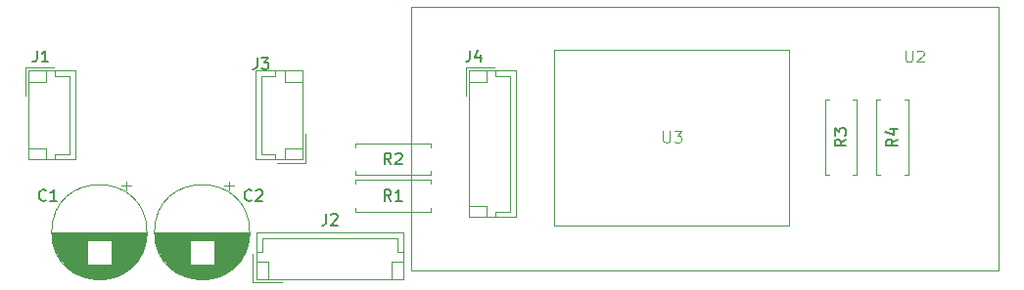
<source format=gbr>
%TF.GenerationSoftware,KiCad,Pcbnew,9.0.0*%
%TF.CreationDate,2025-05-11T09:44:17-05:00*%
%TF.ProjectId,Watch Winder,57617463-6820-4576-996e-6465722e6b69,rev?*%
%TF.SameCoordinates,Original*%
%TF.FileFunction,Legend,Top*%
%TF.FilePolarity,Positive*%
%FSLAX46Y46*%
G04 Gerber Fmt 4.6, Leading zero omitted, Abs format (unit mm)*
G04 Created by KiCad (PCBNEW 9.0.0) date 2025-05-11 09:44:17*
%MOMM*%
%LPD*%
G01*
G04 APERTURE LIST*
%ADD10C,0.150000*%
%ADD11C,0.100000*%
%ADD12C,0.120000*%
G04 APERTURE END LIST*
D10*
X146351666Y-65494819D02*
X146351666Y-66209104D01*
X146351666Y-66209104D02*
X146304047Y-66351961D01*
X146304047Y-66351961D02*
X146208809Y-66447200D01*
X146208809Y-66447200D02*
X146065952Y-66494819D01*
X146065952Y-66494819D02*
X145970714Y-66494819D01*
X147256428Y-65828152D02*
X147256428Y-66494819D01*
X147018333Y-65447200D02*
X146780238Y-66161485D01*
X146780238Y-66161485D02*
X147399285Y-66161485D01*
X127468333Y-78464580D02*
X127420714Y-78512200D01*
X127420714Y-78512200D02*
X127277857Y-78559819D01*
X127277857Y-78559819D02*
X127182619Y-78559819D01*
X127182619Y-78559819D02*
X127039762Y-78512200D01*
X127039762Y-78512200D02*
X126944524Y-78416961D01*
X126944524Y-78416961D02*
X126896905Y-78321723D01*
X126896905Y-78321723D02*
X126849286Y-78131247D01*
X126849286Y-78131247D02*
X126849286Y-77988390D01*
X126849286Y-77988390D02*
X126896905Y-77797914D01*
X126896905Y-77797914D02*
X126944524Y-77702676D01*
X126944524Y-77702676D02*
X127039762Y-77607438D01*
X127039762Y-77607438D02*
X127182619Y-77559819D01*
X127182619Y-77559819D02*
X127277857Y-77559819D01*
X127277857Y-77559819D02*
X127420714Y-77607438D01*
X127420714Y-77607438D02*
X127468333Y-77655057D01*
X127849286Y-77655057D02*
X127896905Y-77607438D01*
X127896905Y-77607438D02*
X127992143Y-77559819D01*
X127992143Y-77559819D02*
X128230238Y-77559819D01*
X128230238Y-77559819D02*
X128325476Y-77607438D01*
X128325476Y-77607438D02*
X128373095Y-77655057D01*
X128373095Y-77655057D02*
X128420714Y-77750295D01*
X128420714Y-77750295D02*
X128420714Y-77845533D01*
X128420714Y-77845533D02*
X128373095Y-77988390D01*
X128373095Y-77988390D02*
X127801667Y-78559819D01*
X127801667Y-78559819D02*
X128420714Y-78559819D01*
D11*
X163068095Y-72482419D02*
X163068095Y-73291942D01*
X163068095Y-73291942D02*
X163115714Y-73387180D01*
X163115714Y-73387180D02*
X163163333Y-73434800D01*
X163163333Y-73434800D02*
X163258571Y-73482419D01*
X163258571Y-73482419D02*
X163449047Y-73482419D01*
X163449047Y-73482419D02*
X163544285Y-73434800D01*
X163544285Y-73434800D02*
X163591904Y-73387180D01*
X163591904Y-73387180D02*
X163639523Y-73291942D01*
X163639523Y-73291942D02*
X163639523Y-72482419D01*
X164020476Y-72482419D02*
X164639523Y-72482419D01*
X164639523Y-72482419D02*
X164306190Y-72863371D01*
X164306190Y-72863371D02*
X164449047Y-72863371D01*
X164449047Y-72863371D02*
X164544285Y-72910990D01*
X164544285Y-72910990D02*
X164591904Y-72958609D01*
X164591904Y-72958609D02*
X164639523Y-73053847D01*
X164639523Y-73053847D02*
X164639523Y-73291942D01*
X164639523Y-73291942D02*
X164591904Y-73387180D01*
X164591904Y-73387180D02*
X164544285Y-73434800D01*
X164544285Y-73434800D02*
X164449047Y-73482419D01*
X164449047Y-73482419D02*
X164163333Y-73482419D01*
X164163333Y-73482419D02*
X164068095Y-73434800D01*
X164068095Y-73434800D02*
X164020476Y-73387180D01*
D10*
X178889819Y-73191666D02*
X178413628Y-73524999D01*
X178889819Y-73763094D02*
X177889819Y-73763094D01*
X177889819Y-73763094D02*
X177889819Y-73382142D01*
X177889819Y-73382142D02*
X177937438Y-73286904D01*
X177937438Y-73286904D02*
X177985057Y-73239285D01*
X177985057Y-73239285D02*
X178080295Y-73191666D01*
X178080295Y-73191666D02*
X178223152Y-73191666D01*
X178223152Y-73191666D02*
X178318390Y-73239285D01*
X178318390Y-73239285D02*
X178366009Y-73286904D01*
X178366009Y-73286904D02*
X178413628Y-73382142D01*
X178413628Y-73382142D02*
X178413628Y-73763094D01*
X177889819Y-72858332D02*
X177889819Y-72239285D01*
X177889819Y-72239285D02*
X178270771Y-72572618D01*
X178270771Y-72572618D02*
X178270771Y-72429761D01*
X178270771Y-72429761D02*
X178318390Y-72334523D01*
X178318390Y-72334523D02*
X178366009Y-72286904D01*
X178366009Y-72286904D02*
X178461247Y-72239285D01*
X178461247Y-72239285D02*
X178699342Y-72239285D01*
X178699342Y-72239285D02*
X178794580Y-72286904D01*
X178794580Y-72286904D02*
X178842200Y-72334523D01*
X178842200Y-72334523D02*
X178889819Y-72429761D01*
X178889819Y-72429761D02*
X178889819Y-72715475D01*
X178889819Y-72715475D02*
X178842200Y-72810713D01*
X178842200Y-72810713D02*
X178794580Y-72858332D01*
X108886666Y-65494819D02*
X108886666Y-66209104D01*
X108886666Y-66209104D02*
X108839047Y-66351961D01*
X108839047Y-66351961D02*
X108743809Y-66447200D01*
X108743809Y-66447200D02*
X108600952Y-66494819D01*
X108600952Y-66494819D02*
X108505714Y-66494819D01*
X109886666Y-66494819D02*
X109315238Y-66494819D01*
X109600952Y-66494819D02*
X109600952Y-65494819D01*
X109600952Y-65494819D02*
X109505714Y-65637676D01*
X109505714Y-65637676D02*
X109410476Y-65732914D01*
X109410476Y-65732914D02*
X109315238Y-65780533D01*
D11*
X184023095Y-65497419D02*
X184023095Y-66306942D01*
X184023095Y-66306942D02*
X184070714Y-66402180D01*
X184070714Y-66402180D02*
X184118333Y-66449800D01*
X184118333Y-66449800D02*
X184213571Y-66497419D01*
X184213571Y-66497419D02*
X184404047Y-66497419D01*
X184404047Y-66497419D02*
X184499285Y-66449800D01*
X184499285Y-66449800D02*
X184546904Y-66402180D01*
X184546904Y-66402180D02*
X184594523Y-66306942D01*
X184594523Y-66306942D02*
X184594523Y-65497419D01*
X185023095Y-65592657D02*
X185070714Y-65545038D01*
X185070714Y-65545038D02*
X185165952Y-65497419D01*
X185165952Y-65497419D02*
X185404047Y-65497419D01*
X185404047Y-65497419D02*
X185499285Y-65545038D01*
X185499285Y-65545038D02*
X185546904Y-65592657D01*
X185546904Y-65592657D02*
X185594523Y-65687895D01*
X185594523Y-65687895D02*
X185594523Y-65783133D01*
X185594523Y-65783133D02*
X185546904Y-65925990D01*
X185546904Y-65925990D02*
X184975476Y-66497419D01*
X184975476Y-66497419D02*
X185594523Y-66497419D01*
D10*
X109688333Y-78464580D02*
X109640714Y-78512200D01*
X109640714Y-78512200D02*
X109497857Y-78559819D01*
X109497857Y-78559819D02*
X109402619Y-78559819D01*
X109402619Y-78559819D02*
X109259762Y-78512200D01*
X109259762Y-78512200D02*
X109164524Y-78416961D01*
X109164524Y-78416961D02*
X109116905Y-78321723D01*
X109116905Y-78321723D02*
X109069286Y-78131247D01*
X109069286Y-78131247D02*
X109069286Y-77988390D01*
X109069286Y-77988390D02*
X109116905Y-77797914D01*
X109116905Y-77797914D02*
X109164524Y-77702676D01*
X109164524Y-77702676D02*
X109259762Y-77607438D01*
X109259762Y-77607438D02*
X109402619Y-77559819D01*
X109402619Y-77559819D02*
X109497857Y-77559819D01*
X109497857Y-77559819D02*
X109640714Y-77607438D01*
X109640714Y-77607438D02*
X109688333Y-77655057D01*
X110640714Y-78559819D02*
X110069286Y-78559819D01*
X110355000Y-78559819D02*
X110355000Y-77559819D01*
X110355000Y-77559819D02*
X110259762Y-77702676D01*
X110259762Y-77702676D02*
X110164524Y-77797914D01*
X110164524Y-77797914D02*
X110069286Y-77845533D01*
X183334819Y-73191666D02*
X182858628Y-73524999D01*
X183334819Y-73763094D02*
X182334819Y-73763094D01*
X182334819Y-73763094D02*
X182334819Y-73382142D01*
X182334819Y-73382142D02*
X182382438Y-73286904D01*
X182382438Y-73286904D02*
X182430057Y-73239285D01*
X182430057Y-73239285D02*
X182525295Y-73191666D01*
X182525295Y-73191666D02*
X182668152Y-73191666D01*
X182668152Y-73191666D02*
X182763390Y-73239285D01*
X182763390Y-73239285D02*
X182811009Y-73286904D01*
X182811009Y-73286904D02*
X182858628Y-73382142D01*
X182858628Y-73382142D02*
X182858628Y-73763094D01*
X182668152Y-72334523D02*
X183334819Y-72334523D01*
X182287200Y-72572618D02*
X183001485Y-72810713D01*
X183001485Y-72810713D02*
X183001485Y-72191666D01*
X133916666Y-79654819D02*
X133916666Y-80369104D01*
X133916666Y-80369104D02*
X133869047Y-80511961D01*
X133869047Y-80511961D02*
X133773809Y-80607200D01*
X133773809Y-80607200D02*
X133630952Y-80654819D01*
X133630952Y-80654819D02*
X133535714Y-80654819D01*
X134345238Y-79750057D02*
X134392857Y-79702438D01*
X134392857Y-79702438D02*
X134488095Y-79654819D01*
X134488095Y-79654819D02*
X134726190Y-79654819D01*
X134726190Y-79654819D02*
X134821428Y-79702438D01*
X134821428Y-79702438D02*
X134869047Y-79750057D01*
X134869047Y-79750057D02*
X134916666Y-79845295D01*
X134916666Y-79845295D02*
X134916666Y-79940533D01*
X134916666Y-79940533D02*
X134869047Y-80083390D01*
X134869047Y-80083390D02*
X134297619Y-80654819D01*
X134297619Y-80654819D02*
X134916666Y-80654819D01*
X139533333Y-78559819D02*
X139200000Y-78083628D01*
X138961905Y-78559819D02*
X138961905Y-77559819D01*
X138961905Y-77559819D02*
X139342857Y-77559819D01*
X139342857Y-77559819D02*
X139438095Y-77607438D01*
X139438095Y-77607438D02*
X139485714Y-77655057D01*
X139485714Y-77655057D02*
X139533333Y-77750295D01*
X139533333Y-77750295D02*
X139533333Y-77893152D01*
X139533333Y-77893152D02*
X139485714Y-77988390D01*
X139485714Y-77988390D02*
X139438095Y-78036009D01*
X139438095Y-78036009D02*
X139342857Y-78083628D01*
X139342857Y-78083628D02*
X138961905Y-78083628D01*
X140485714Y-78559819D02*
X139914286Y-78559819D01*
X140200000Y-78559819D02*
X140200000Y-77559819D01*
X140200000Y-77559819D02*
X140104762Y-77702676D01*
X140104762Y-77702676D02*
X140009524Y-77797914D01*
X140009524Y-77797914D02*
X139914286Y-77845533D01*
X139533333Y-75384819D02*
X139200000Y-74908628D01*
X138961905Y-75384819D02*
X138961905Y-74384819D01*
X138961905Y-74384819D02*
X139342857Y-74384819D01*
X139342857Y-74384819D02*
X139438095Y-74432438D01*
X139438095Y-74432438D02*
X139485714Y-74480057D01*
X139485714Y-74480057D02*
X139533333Y-74575295D01*
X139533333Y-74575295D02*
X139533333Y-74718152D01*
X139533333Y-74718152D02*
X139485714Y-74813390D01*
X139485714Y-74813390D02*
X139438095Y-74861009D01*
X139438095Y-74861009D02*
X139342857Y-74908628D01*
X139342857Y-74908628D02*
X138961905Y-74908628D01*
X139914286Y-74480057D02*
X139961905Y-74432438D01*
X139961905Y-74432438D02*
X140057143Y-74384819D01*
X140057143Y-74384819D02*
X140295238Y-74384819D01*
X140295238Y-74384819D02*
X140390476Y-74432438D01*
X140390476Y-74432438D02*
X140438095Y-74480057D01*
X140438095Y-74480057D02*
X140485714Y-74575295D01*
X140485714Y-74575295D02*
X140485714Y-74670533D01*
X140485714Y-74670533D02*
X140438095Y-74813390D01*
X140438095Y-74813390D02*
X139866667Y-75384819D01*
X139866667Y-75384819D02*
X140485714Y-75384819D01*
X127936666Y-66129819D02*
X127936666Y-66844104D01*
X127936666Y-66844104D02*
X127889047Y-66986961D01*
X127889047Y-66986961D02*
X127793809Y-67082200D01*
X127793809Y-67082200D02*
X127650952Y-67129819D01*
X127650952Y-67129819D02*
X127555714Y-67129819D01*
X128317619Y-66129819D02*
X128936666Y-66129819D01*
X128936666Y-66129819D02*
X128603333Y-66510771D01*
X128603333Y-66510771D02*
X128746190Y-66510771D01*
X128746190Y-66510771D02*
X128841428Y-66558390D01*
X128841428Y-66558390D02*
X128889047Y-66606009D01*
X128889047Y-66606009D02*
X128936666Y-66701247D01*
X128936666Y-66701247D02*
X128936666Y-66939342D01*
X128936666Y-66939342D02*
X128889047Y-67034580D01*
X128889047Y-67034580D02*
X128841428Y-67082200D01*
X128841428Y-67082200D02*
X128746190Y-67129819D01*
X128746190Y-67129819D02*
X128460476Y-67129819D01*
X128460476Y-67129819D02*
X128365238Y-67082200D01*
X128365238Y-67082200D02*
X128317619Y-67034580D01*
D12*
%TO.C,J4*%
X145980000Y-66940000D02*
X145980000Y-69440000D01*
X146280000Y-67240000D02*
X146280000Y-79960000D01*
X146280000Y-79960000D02*
X150300000Y-79960000D01*
X147780000Y-67240000D02*
X147780000Y-68240000D01*
X147780000Y-68240000D02*
X146280000Y-68240000D01*
X147780000Y-78960000D02*
X146280000Y-78960000D01*
X147780000Y-79960000D02*
X147780000Y-78960000D01*
X148480000Y-66940000D02*
X145980000Y-66940000D01*
X148590000Y-67240000D02*
X148590000Y-67740000D01*
X148590000Y-67740000D02*
X149800000Y-67740000D01*
X148590000Y-79460000D02*
X148590000Y-79960000D01*
X149800000Y-67740000D02*
X149800000Y-79460000D01*
X149800000Y-79460000D02*
X148590000Y-79460000D01*
X150300000Y-67240000D02*
X146280000Y-67240000D01*
X150300000Y-79960000D02*
X150300000Y-67240000D01*
%TO.C,C2*%
X122150000Y-81971000D02*
X119173000Y-81971000D01*
X122150000Y-82011000D02*
X119180000Y-82011000D01*
X122150000Y-82051000D02*
X119188000Y-82051000D01*
X122150000Y-82091000D02*
X119196000Y-82091000D01*
X122150000Y-82131000D02*
X119205000Y-82131000D01*
X122150000Y-82171000D02*
X119214000Y-82171000D01*
X122150000Y-82211000D02*
X119223000Y-82211000D01*
X122150000Y-82251000D02*
X119233000Y-82251000D01*
X122150000Y-82291000D02*
X119243000Y-82291000D01*
X122150000Y-82331000D02*
X119254000Y-82331000D01*
X122150000Y-82371000D02*
X119265000Y-82371000D01*
X122150000Y-82411000D02*
X119276000Y-82411000D01*
X122150000Y-82451000D02*
X119288000Y-82451000D01*
X122150000Y-82491000D02*
X119301000Y-82491000D01*
X122150000Y-82531000D02*
X119313000Y-82531000D01*
X122150000Y-82571000D02*
X119327000Y-82571000D01*
X122150000Y-82611000D02*
X119340000Y-82611000D01*
X122150000Y-82651000D02*
X119355000Y-82651000D01*
X122150000Y-82691000D02*
X119369000Y-82691000D01*
X122150000Y-82731000D02*
X119385000Y-82731000D01*
X122150000Y-82771000D02*
X119400000Y-82771000D01*
X122150000Y-82811000D02*
X119416000Y-82811000D01*
X122150000Y-82851000D02*
X119433000Y-82851000D01*
X122150000Y-82891000D02*
X119450000Y-82891000D01*
X122150000Y-82931000D02*
X119468000Y-82931000D01*
X122150000Y-82971000D02*
X119486000Y-82971000D01*
X122150000Y-83011000D02*
X119504000Y-83011000D01*
X122150000Y-83051000D02*
X119524000Y-83051000D01*
X122150000Y-83091000D02*
X119543000Y-83091000D01*
X122150000Y-83131000D02*
X119563000Y-83131000D01*
X122150000Y-83171000D02*
X119584000Y-83171000D01*
X122150000Y-83211000D02*
X119606000Y-83211000D01*
X122150000Y-83251000D02*
X119628000Y-83251000D01*
X122150000Y-83291000D02*
X119650000Y-83291000D01*
X122150000Y-83331000D02*
X119673000Y-83331000D01*
X122150000Y-83371000D02*
X119697000Y-83371000D01*
X122150000Y-83411000D02*
X119721000Y-83411000D01*
X122150000Y-83451000D02*
X119746000Y-83451000D01*
X122150000Y-83491000D02*
X119772000Y-83491000D01*
X122150000Y-83531000D02*
X119798000Y-83531000D01*
X122150000Y-83571000D02*
X119825000Y-83571000D01*
X122150000Y-83611000D02*
X119852000Y-83611000D01*
X122150000Y-83651000D02*
X119881000Y-83651000D01*
X122150000Y-83691000D02*
X119910000Y-83691000D01*
X122150000Y-83731000D02*
X119940000Y-83731000D01*
X122150000Y-83771000D02*
X119970000Y-83771000D01*
X122150000Y-83811000D02*
X120001000Y-83811000D01*
X122150000Y-83851000D02*
X120034000Y-83851000D01*
X122150000Y-83891000D02*
X120066000Y-83891000D01*
X122150000Y-83931000D02*
X120100000Y-83931000D01*
X122150000Y-83971000D02*
X120135000Y-83971000D01*
X122150000Y-84011000D02*
X120171000Y-84011000D01*
X123723000Y-85331000D02*
X122657000Y-85331000D01*
X123958000Y-85291000D02*
X122422000Y-85291000D01*
X124138000Y-85251000D02*
X122242000Y-85251000D01*
X124288000Y-85211000D02*
X122092000Y-85211000D01*
X124419000Y-85171000D02*
X121961000Y-85171000D01*
X124536000Y-85131000D02*
X121844000Y-85131000D01*
X124643000Y-85091000D02*
X121737000Y-85091000D01*
X124742000Y-85051000D02*
X121638000Y-85051000D01*
X124835000Y-85011000D02*
X121545000Y-85011000D01*
X124921000Y-84971000D02*
X121459000Y-84971000D01*
X125003000Y-84931000D02*
X121377000Y-84931000D01*
X125080000Y-84891000D02*
X121300000Y-84891000D01*
X125154000Y-84851000D02*
X121226000Y-84851000D01*
X125224000Y-84811000D02*
X121156000Y-84811000D01*
X125292000Y-84771000D02*
X121088000Y-84771000D01*
X125356000Y-84731000D02*
X121024000Y-84731000D01*
X125418000Y-84691000D02*
X120962000Y-84691000D01*
X125477000Y-84651000D02*
X120903000Y-84651000D01*
X125505000Y-76840302D02*
X125505000Y-77640302D01*
X125535000Y-84611000D02*
X120845000Y-84611000D01*
X125590000Y-84571000D02*
X120790000Y-84571000D01*
X125644000Y-84531000D02*
X120736000Y-84531000D01*
X125695000Y-84491000D02*
X120685000Y-84491000D01*
X125746000Y-84451000D02*
X120634000Y-84451000D01*
X125794000Y-84411000D02*
X120586000Y-84411000D01*
X125841000Y-84371000D02*
X120539000Y-84371000D01*
X125887000Y-84331000D02*
X120493000Y-84331000D01*
X125905000Y-77240302D02*
X125105000Y-77240302D01*
X125931000Y-84291000D02*
X120449000Y-84291000D01*
X125974000Y-84251000D02*
X120406000Y-84251000D01*
X126016000Y-84211000D02*
X120364000Y-84211000D01*
X126057000Y-84171000D02*
X120323000Y-84171000D01*
X126097000Y-84131000D02*
X120283000Y-84131000D01*
X126135000Y-84091000D02*
X120245000Y-84091000D01*
X126173000Y-84051000D02*
X120207000Y-84051000D01*
X126209000Y-84011000D02*
X124230000Y-84011000D01*
X126245000Y-83971000D02*
X124230000Y-83971000D01*
X126280000Y-83931000D02*
X124230000Y-83931000D01*
X126314000Y-83891000D02*
X124230000Y-83891000D01*
X126346000Y-83851000D02*
X124230000Y-83851000D01*
X126379000Y-83811000D02*
X124230000Y-83811000D01*
X126410000Y-83771000D02*
X124230000Y-83771000D01*
X126440000Y-83731000D02*
X124230000Y-83731000D01*
X126470000Y-83691000D02*
X124230000Y-83691000D01*
X126499000Y-83651000D02*
X124230000Y-83651000D01*
X126528000Y-83611000D02*
X124230000Y-83611000D01*
X126555000Y-83571000D02*
X124230000Y-83571000D01*
X126582000Y-83531000D02*
X124230000Y-83531000D01*
X126608000Y-83491000D02*
X124230000Y-83491000D01*
X126634000Y-83451000D02*
X124230000Y-83451000D01*
X126659000Y-83411000D02*
X124230000Y-83411000D01*
X126683000Y-83371000D02*
X124230000Y-83371000D01*
X126707000Y-83331000D02*
X124230000Y-83331000D01*
X126730000Y-83291000D02*
X124230000Y-83291000D01*
X126752000Y-83251000D02*
X124230000Y-83251000D01*
X126774000Y-83211000D02*
X124230000Y-83211000D01*
X126796000Y-83171000D02*
X124230000Y-83171000D01*
X126817000Y-83131000D02*
X124230000Y-83131000D01*
X126837000Y-83091000D02*
X124230000Y-83091000D01*
X126856000Y-83051000D02*
X124230000Y-83051000D01*
X126876000Y-83011000D02*
X124230000Y-83011000D01*
X126894000Y-82971000D02*
X124230000Y-82971000D01*
X126912000Y-82931000D02*
X124230000Y-82931000D01*
X126930000Y-82891000D02*
X124230000Y-82891000D01*
X126947000Y-82851000D02*
X124230000Y-82851000D01*
X126964000Y-82811000D02*
X124230000Y-82811000D01*
X126980000Y-82771000D02*
X124230000Y-82771000D01*
X126995000Y-82731000D02*
X124230000Y-82731000D01*
X127011000Y-82691000D02*
X124230000Y-82691000D01*
X127025000Y-82651000D02*
X124230000Y-82651000D01*
X127040000Y-82611000D02*
X124230000Y-82611000D01*
X127053000Y-82571000D02*
X124230000Y-82571000D01*
X127067000Y-82531000D02*
X124230000Y-82531000D01*
X127079000Y-82491000D02*
X124230000Y-82491000D01*
X127092000Y-82451000D02*
X124230000Y-82451000D01*
X127104000Y-82411000D02*
X124230000Y-82411000D01*
X127115000Y-82371000D02*
X124230000Y-82371000D01*
X127126000Y-82331000D02*
X124230000Y-82331000D01*
X127137000Y-82291000D02*
X124230000Y-82291000D01*
X127147000Y-82251000D02*
X124230000Y-82251000D01*
X127157000Y-82211000D02*
X124230000Y-82211000D01*
X127166000Y-82171000D02*
X124230000Y-82171000D01*
X127175000Y-82131000D02*
X124230000Y-82131000D01*
X127184000Y-82091000D02*
X124230000Y-82091000D01*
X127192000Y-82051000D02*
X124230000Y-82051000D01*
X127200000Y-82011000D02*
X124230000Y-82011000D01*
X127207000Y-81971000D02*
X124230000Y-81971000D01*
X127214000Y-81930000D02*
X119166000Y-81930000D01*
X127220000Y-81890000D02*
X119160000Y-81890000D01*
X127227000Y-81850000D02*
X119153000Y-81850000D01*
X127232000Y-81810000D02*
X119148000Y-81810000D01*
X127238000Y-81770000D02*
X119142000Y-81770000D01*
X127242000Y-81730000D02*
X119138000Y-81730000D01*
X127247000Y-81690000D02*
X119133000Y-81690000D01*
X127251000Y-81650000D02*
X119129000Y-81650000D01*
X127255000Y-81610000D02*
X119125000Y-81610000D01*
X127258000Y-81570000D02*
X119122000Y-81570000D01*
X127261000Y-81530000D02*
X119119000Y-81530000D01*
X127264000Y-81490000D02*
X119116000Y-81490000D01*
X127266000Y-81450000D02*
X119114000Y-81450000D01*
X127267000Y-81410000D02*
X119113000Y-81410000D01*
X127269000Y-81370000D02*
X119111000Y-81370000D01*
X127270000Y-81250000D02*
X119110000Y-81250000D01*
X127270000Y-81290000D02*
X119110000Y-81290000D01*
X127270000Y-81330000D02*
X119110000Y-81330000D01*
X127310000Y-81250000D02*
G75*
G02*
X119070000Y-81250000I-4120000J0D01*
G01*
X119070000Y-81250000D02*
G75*
G02*
X127310000Y-81250000I4120000J0D01*
G01*
D11*
%TO.C,U3*%
X153670000Y-65405000D02*
X173990000Y-65405000D01*
X153670000Y-80645000D02*
X153670000Y-65405000D01*
X173990000Y-65405000D02*
X173990000Y-80645000D01*
X173990000Y-80645000D02*
X153670000Y-80645000D01*
D12*
%TO.C,R3*%
X177065000Y-69755000D02*
X177395000Y-69755000D01*
X177065000Y-76295000D02*
X177065000Y-69755000D01*
X177395000Y-76295000D02*
X177065000Y-76295000D01*
X179475000Y-76295000D02*
X179805000Y-76295000D01*
X179805000Y-69755000D02*
X179475000Y-69755000D01*
X179805000Y-76295000D02*
X179805000Y-69755000D01*
%TO.C,J1*%
X107880000Y-66940000D02*
X107880000Y-69440000D01*
X108180000Y-67240000D02*
X108180000Y-74960000D01*
X108180000Y-74960000D02*
X112200000Y-74960000D01*
X109680000Y-67240000D02*
X109680000Y-68240000D01*
X109680000Y-68240000D02*
X108180000Y-68240000D01*
X109680000Y-73960000D02*
X108180000Y-73960000D01*
X109680000Y-74960000D02*
X109680000Y-73960000D01*
X110380000Y-66940000D02*
X107880000Y-66940000D01*
X110490000Y-67240000D02*
X110490000Y-67740000D01*
X110490000Y-67740000D02*
X111700000Y-67740000D01*
X110490000Y-74460000D02*
X110490000Y-74960000D01*
X111700000Y-67740000D02*
X111700000Y-74460000D01*
X111700000Y-74460000D02*
X110490000Y-74460000D01*
X112200000Y-67240000D02*
X108180000Y-67240000D01*
X112200000Y-74960000D02*
X112200000Y-67240000D01*
D11*
%TO.C,U2*%
X141305000Y-61730000D02*
X192105000Y-61730000D01*
X141305000Y-84590000D02*
X141305000Y-61730000D01*
X192105000Y-61730000D02*
X192105000Y-84590000D01*
X192105000Y-84590000D02*
X141305000Y-84590000D01*
D12*
%TO.C,C1*%
X113260000Y-81971000D02*
X110283000Y-81971000D01*
X113260000Y-82011000D02*
X110290000Y-82011000D01*
X113260000Y-82051000D02*
X110298000Y-82051000D01*
X113260000Y-82091000D02*
X110306000Y-82091000D01*
X113260000Y-82131000D02*
X110315000Y-82131000D01*
X113260000Y-82171000D02*
X110324000Y-82171000D01*
X113260000Y-82211000D02*
X110333000Y-82211000D01*
X113260000Y-82251000D02*
X110343000Y-82251000D01*
X113260000Y-82291000D02*
X110353000Y-82291000D01*
X113260000Y-82331000D02*
X110364000Y-82331000D01*
X113260000Y-82371000D02*
X110375000Y-82371000D01*
X113260000Y-82411000D02*
X110386000Y-82411000D01*
X113260000Y-82451000D02*
X110398000Y-82451000D01*
X113260000Y-82491000D02*
X110411000Y-82491000D01*
X113260000Y-82531000D02*
X110423000Y-82531000D01*
X113260000Y-82571000D02*
X110437000Y-82571000D01*
X113260000Y-82611000D02*
X110450000Y-82611000D01*
X113260000Y-82651000D02*
X110465000Y-82651000D01*
X113260000Y-82691000D02*
X110479000Y-82691000D01*
X113260000Y-82731000D02*
X110495000Y-82731000D01*
X113260000Y-82771000D02*
X110510000Y-82771000D01*
X113260000Y-82811000D02*
X110526000Y-82811000D01*
X113260000Y-82851000D02*
X110543000Y-82851000D01*
X113260000Y-82891000D02*
X110560000Y-82891000D01*
X113260000Y-82931000D02*
X110578000Y-82931000D01*
X113260000Y-82971000D02*
X110596000Y-82971000D01*
X113260000Y-83011000D02*
X110614000Y-83011000D01*
X113260000Y-83051000D02*
X110634000Y-83051000D01*
X113260000Y-83091000D02*
X110653000Y-83091000D01*
X113260000Y-83131000D02*
X110673000Y-83131000D01*
X113260000Y-83171000D02*
X110694000Y-83171000D01*
X113260000Y-83211000D02*
X110716000Y-83211000D01*
X113260000Y-83251000D02*
X110738000Y-83251000D01*
X113260000Y-83291000D02*
X110760000Y-83291000D01*
X113260000Y-83331000D02*
X110783000Y-83331000D01*
X113260000Y-83371000D02*
X110807000Y-83371000D01*
X113260000Y-83411000D02*
X110831000Y-83411000D01*
X113260000Y-83451000D02*
X110856000Y-83451000D01*
X113260000Y-83491000D02*
X110882000Y-83491000D01*
X113260000Y-83531000D02*
X110908000Y-83531000D01*
X113260000Y-83571000D02*
X110935000Y-83571000D01*
X113260000Y-83611000D02*
X110962000Y-83611000D01*
X113260000Y-83651000D02*
X110991000Y-83651000D01*
X113260000Y-83691000D02*
X111020000Y-83691000D01*
X113260000Y-83731000D02*
X111050000Y-83731000D01*
X113260000Y-83771000D02*
X111080000Y-83771000D01*
X113260000Y-83811000D02*
X111111000Y-83811000D01*
X113260000Y-83851000D02*
X111144000Y-83851000D01*
X113260000Y-83891000D02*
X111176000Y-83891000D01*
X113260000Y-83931000D02*
X111210000Y-83931000D01*
X113260000Y-83971000D02*
X111245000Y-83971000D01*
X113260000Y-84011000D02*
X111281000Y-84011000D01*
X114833000Y-85331000D02*
X113767000Y-85331000D01*
X115068000Y-85291000D02*
X113532000Y-85291000D01*
X115248000Y-85251000D02*
X113352000Y-85251000D01*
X115398000Y-85211000D02*
X113202000Y-85211000D01*
X115529000Y-85171000D02*
X113071000Y-85171000D01*
X115646000Y-85131000D02*
X112954000Y-85131000D01*
X115753000Y-85091000D02*
X112847000Y-85091000D01*
X115852000Y-85051000D02*
X112748000Y-85051000D01*
X115945000Y-85011000D02*
X112655000Y-85011000D01*
X116031000Y-84971000D02*
X112569000Y-84971000D01*
X116113000Y-84931000D02*
X112487000Y-84931000D01*
X116190000Y-84891000D02*
X112410000Y-84891000D01*
X116264000Y-84851000D02*
X112336000Y-84851000D01*
X116334000Y-84811000D02*
X112266000Y-84811000D01*
X116402000Y-84771000D02*
X112198000Y-84771000D01*
X116466000Y-84731000D02*
X112134000Y-84731000D01*
X116528000Y-84691000D02*
X112072000Y-84691000D01*
X116587000Y-84651000D02*
X112013000Y-84651000D01*
X116615000Y-76840302D02*
X116615000Y-77640302D01*
X116645000Y-84611000D02*
X111955000Y-84611000D01*
X116700000Y-84571000D02*
X111900000Y-84571000D01*
X116754000Y-84531000D02*
X111846000Y-84531000D01*
X116805000Y-84491000D02*
X111795000Y-84491000D01*
X116856000Y-84451000D02*
X111744000Y-84451000D01*
X116904000Y-84411000D02*
X111696000Y-84411000D01*
X116951000Y-84371000D02*
X111649000Y-84371000D01*
X116997000Y-84331000D02*
X111603000Y-84331000D01*
X117015000Y-77240302D02*
X116215000Y-77240302D01*
X117041000Y-84291000D02*
X111559000Y-84291000D01*
X117084000Y-84251000D02*
X111516000Y-84251000D01*
X117126000Y-84211000D02*
X111474000Y-84211000D01*
X117167000Y-84171000D02*
X111433000Y-84171000D01*
X117207000Y-84131000D02*
X111393000Y-84131000D01*
X117245000Y-84091000D02*
X111355000Y-84091000D01*
X117283000Y-84051000D02*
X111317000Y-84051000D01*
X117319000Y-84011000D02*
X115340000Y-84011000D01*
X117355000Y-83971000D02*
X115340000Y-83971000D01*
X117390000Y-83931000D02*
X115340000Y-83931000D01*
X117424000Y-83891000D02*
X115340000Y-83891000D01*
X117456000Y-83851000D02*
X115340000Y-83851000D01*
X117489000Y-83811000D02*
X115340000Y-83811000D01*
X117520000Y-83771000D02*
X115340000Y-83771000D01*
X117550000Y-83731000D02*
X115340000Y-83731000D01*
X117580000Y-83691000D02*
X115340000Y-83691000D01*
X117609000Y-83651000D02*
X115340000Y-83651000D01*
X117638000Y-83611000D02*
X115340000Y-83611000D01*
X117665000Y-83571000D02*
X115340000Y-83571000D01*
X117692000Y-83531000D02*
X115340000Y-83531000D01*
X117718000Y-83491000D02*
X115340000Y-83491000D01*
X117744000Y-83451000D02*
X115340000Y-83451000D01*
X117769000Y-83411000D02*
X115340000Y-83411000D01*
X117793000Y-83371000D02*
X115340000Y-83371000D01*
X117817000Y-83331000D02*
X115340000Y-83331000D01*
X117840000Y-83291000D02*
X115340000Y-83291000D01*
X117862000Y-83251000D02*
X115340000Y-83251000D01*
X117884000Y-83211000D02*
X115340000Y-83211000D01*
X117906000Y-83171000D02*
X115340000Y-83171000D01*
X117927000Y-83131000D02*
X115340000Y-83131000D01*
X117947000Y-83091000D02*
X115340000Y-83091000D01*
X117966000Y-83051000D02*
X115340000Y-83051000D01*
X117986000Y-83011000D02*
X115340000Y-83011000D01*
X118004000Y-82971000D02*
X115340000Y-82971000D01*
X118022000Y-82931000D02*
X115340000Y-82931000D01*
X118040000Y-82891000D02*
X115340000Y-82891000D01*
X118057000Y-82851000D02*
X115340000Y-82851000D01*
X118074000Y-82811000D02*
X115340000Y-82811000D01*
X118090000Y-82771000D02*
X115340000Y-82771000D01*
X118105000Y-82731000D02*
X115340000Y-82731000D01*
X118121000Y-82691000D02*
X115340000Y-82691000D01*
X118135000Y-82651000D02*
X115340000Y-82651000D01*
X118150000Y-82611000D02*
X115340000Y-82611000D01*
X118163000Y-82571000D02*
X115340000Y-82571000D01*
X118177000Y-82531000D02*
X115340000Y-82531000D01*
X118189000Y-82491000D02*
X115340000Y-82491000D01*
X118202000Y-82451000D02*
X115340000Y-82451000D01*
X118214000Y-82411000D02*
X115340000Y-82411000D01*
X118225000Y-82371000D02*
X115340000Y-82371000D01*
X118236000Y-82331000D02*
X115340000Y-82331000D01*
X118247000Y-82291000D02*
X115340000Y-82291000D01*
X118257000Y-82251000D02*
X115340000Y-82251000D01*
X118267000Y-82211000D02*
X115340000Y-82211000D01*
X118276000Y-82171000D02*
X115340000Y-82171000D01*
X118285000Y-82131000D02*
X115340000Y-82131000D01*
X118294000Y-82091000D02*
X115340000Y-82091000D01*
X118302000Y-82051000D02*
X115340000Y-82051000D01*
X118310000Y-82011000D02*
X115340000Y-82011000D01*
X118317000Y-81971000D02*
X115340000Y-81971000D01*
X118324000Y-81930000D02*
X110276000Y-81930000D01*
X118330000Y-81890000D02*
X110270000Y-81890000D01*
X118337000Y-81850000D02*
X110263000Y-81850000D01*
X118342000Y-81810000D02*
X110258000Y-81810000D01*
X118348000Y-81770000D02*
X110252000Y-81770000D01*
X118352000Y-81730000D02*
X110248000Y-81730000D01*
X118357000Y-81690000D02*
X110243000Y-81690000D01*
X118361000Y-81650000D02*
X110239000Y-81650000D01*
X118365000Y-81610000D02*
X110235000Y-81610000D01*
X118368000Y-81570000D02*
X110232000Y-81570000D01*
X118371000Y-81530000D02*
X110229000Y-81530000D01*
X118374000Y-81490000D02*
X110226000Y-81490000D01*
X118376000Y-81450000D02*
X110224000Y-81450000D01*
X118377000Y-81410000D02*
X110223000Y-81410000D01*
X118379000Y-81370000D02*
X110221000Y-81370000D01*
X118380000Y-81250000D02*
X110220000Y-81250000D01*
X118380000Y-81290000D02*
X110220000Y-81290000D01*
X118380000Y-81330000D02*
X110220000Y-81330000D01*
X118420000Y-81250000D02*
G75*
G02*
X110180000Y-81250000I-4120000J0D01*
G01*
X110180000Y-81250000D02*
G75*
G02*
X118420000Y-81250000I4120000J0D01*
G01*
%TO.C,R4*%
X181510000Y-69755000D02*
X181840000Y-69755000D01*
X181510000Y-76295000D02*
X181510000Y-69755000D01*
X181840000Y-76295000D02*
X181510000Y-76295000D01*
X183920000Y-76295000D02*
X184250000Y-76295000D01*
X184250000Y-69755000D02*
X183920000Y-69755000D01*
X184250000Y-76295000D02*
X184250000Y-69755000D01*
%TO.C,J2*%
X127590000Y-83110000D02*
X127590000Y-85610000D01*
X127590000Y-85610000D02*
X130090000Y-85610000D01*
X127890000Y-81290000D02*
X127890000Y-85310000D01*
X127890000Y-83000000D02*
X128390000Y-83000000D01*
X127890000Y-83810000D02*
X128890000Y-83810000D01*
X127890000Y-85310000D02*
X140610000Y-85310000D01*
X128390000Y-81790000D02*
X140110000Y-81790000D01*
X128390000Y-83000000D02*
X128390000Y-81790000D01*
X128890000Y-83810000D02*
X128890000Y-85310000D01*
X139610000Y-83810000D02*
X139610000Y-85310000D01*
X140110000Y-81790000D02*
X140110000Y-83000000D01*
X140110000Y-83000000D02*
X140610000Y-83000000D01*
X140610000Y-81290000D02*
X127890000Y-81290000D01*
X140610000Y-83810000D02*
X139610000Y-83810000D01*
X140610000Y-85310000D02*
X140610000Y-81290000D01*
%TO.C,R1*%
X136430000Y-76735000D02*
X136430000Y-77065000D01*
X136430000Y-79475000D02*
X136430000Y-79145000D01*
X142970000Y-76735000D02*
X136430000Y-76735000D01*
X142970000Y-77065000D02*
X142970000Y-76735000D01*
X142970000Y-79145000D02*
X142970000Y-79475000D01*
X142970000Y-79475000D02*
X136430000Y-79475000D01*
%TO.C,R2*%
X136430000Y-73560000D02*
X136430000Y-73890000D01*
X136430000Y-76300000D02*
X136430000Y-75970000D01*
X142970000Y-73560000D02*
X136430000Y-73560000D01*
X142970000Y-73890000D02*
X142970000Y-73560000D01*
X142970000Y-75970000D02*
X142970000Y-76300000D01*
X142970000Y-76300000D02*
X136430000Y-76300000D01*
%TO.C,J3*%
X127830000Y-67240000D02*
X127830000Y-74960000D01*
X127830000Y-74960000D02*
X131850000Y-74960000D01*
X128330000Y-67740000D02*
X129540000Y-67740000D01*
X128330000Y-74460000D02*
X128330000Y-67740000D01*
X129540000Y-67740000D02*
X129540000Y-67240000D01*
X129540000Y-74460000D02*
X128330000Y-74460000D01*
X129540000Y-74960000D02*
X129540000Y-74460000D01*
X129650000Y-75260000D02*
X132150000Y-75260000D01*
X130350000Y-67240000D02*
X130350000Y-68240000D01*
X130350000Y-68240000D02*
X131850000Y-68240000D01*
X130350000Y-73960000D02*
X131850000Y-73960000D01*
X130350000Y-74960000D02*
X130350000Y-73960000D01*
X131850000Y-67240000D02*
X127830000Y-67240000D01*
X131850000Y-74960000D02*
X131850000Y-67240000D01*
X132150000Y-75260000D02*
X132150000Y-72760000D01*
%TD*%
M02*

</source>
